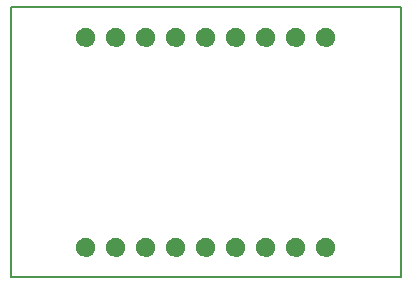
<source format=gbr>
%TF.GenerationSoftware,KiCad,Pcbnew,4.0.2-stable*%
%TF.CreationDate,2021-11-11T14:40:34-08:00*%
%TF.ProjectId,RS485,52533438352E6B696361645F70636200,rev?*%
%TF.FileFunction,Soldermask,Bot*%
%FSLAX46Y46*%
G04 Gerber Fmt 4.6, Leading zero omitted, Abs format (unit mm)*
G04 Created by KiCad (PCBNEW 4.0.2-stable) date 11/11/2021 2:40:34 PM*
%MOMM*%
G01*
G04 APERTURE LIST*
%ADD10C,0.100000*%
%ADD11C,0.150000*%
G04 APERTURE END LIST*
D10*
D11*
X170180000Y-107950000D02*
X170180000Y-85090000D01*
X203200000Y-107950000D02*
X170180000Y-107950000D01*
X203200000Y-85090000D02*
X203200000Y-107950000D01*
X170180000Y-85090000D02*
X203200000Y-85090000D01*
D10*
G36*
X176615372Y-104597740D02*
X176771515Y-104629791D01*
X176918454Y-104691559D01*
X177050608Y-104780698D01*
X177162925Y-104893802D01*
X177251135Y-105026568D01*
X177311875Y-105173936D01*
X177342801Y-105330122D01*
X177342801Y-105330129D01*
X177342835Y-105330301D01*
X177340293Y-105512364D01*
X177340254Y-105512535D01*
X177340254Y-105512541D01*
X177304980Y-105667802D01*
X177240145Y-105813422D01*
X177148266Y-105943669D01*
X177032833Y-106053595D01*
X176898246Y-106139006D01*
X176749636Y-106196647D01*
X176592657Y-106224328D01*
X176433295Y-106220989D01*
X176277620Y-106186762D01*
X176131545Y-106122944D01*
X176000657Y-106031974D01*
X175889929Y-105917312D01*
X175803583Y-105783328D01*
X175744906Y-105635126D01*
X175716131Y-105478344D01*
X175718356Y-105318958D01*
X175751496Y-105163043D01*
X175814290Y-105016536D01*
X175904345Y-104885013D01*
X176018231Y-104773489D01*
X176151613Y-104686206D01*
X176299400Y-104626496D01*
X176455979Y-104596626D01*
X176615372Y-104597740D01*
X176615372Y-104597740D01*
G37*
G36*
X196935372Y-104597740D02*
X197091515Y-104629791D01*
X197238454Y-104691559D01*
X197370608Y-104780698D01*
X197482925Y-104893802D01*
X197571135Y-105026568D01*
X197631875Y-105173936D01*
X197662801Y-105330122D01*
X197662801Y-105330129D01*
X197662835Y-105330301D01*
X197660293Y-105512364D01*
X197660254Y-105512535D01*
X197660254Y-105512541D01*
X197624980Y-105667802D01*
X197560145Y-105813422D01*
X197468266Y-105943669D01*
X197352833Y-106053595D01*
X197218246Y-106139006D01*
X197069636Y-106196647D01*
X196912657Y-106224328D01*
X196753295Y-106220989D01*
X196597620Y-106186762D01*
X196451545Y-106122944D01*
X196320657Y-106031974D01*
X196209929Y-105917312D01*
X196123583Y-105783328D01*
X196064906Y-105635126D01*
X196036131Y-105478344D01*
X196038356Y-105318958D01*
X196071496Y-105163043D01*
X196134290Y-105016536D01*
X196224345Y-104885013D01*
X196338231Y-104773489D01*
X196471613Y-104686206D01*
X196619400Y-104626496D01*
X196775979Y-104596626D01*
X196935372Y-104597740D01*
X196935372Y-104597740D01*
G37*
G36*
X194395372Y-104597740D02*
X194551515Y-104629791D01*
X194698454Y-104691559D01*
X194830608Y-104780698D01*
X194942925Y-104893802D01*
X195031135Y-105026568D01*
X195091875Y-105173936D01*
X195122801Y-105330122D01*
X195122801Y-105330129D01*
X195122835Y-105330301D01*
X195120293Y-105512364D01*
X195120254Y-105512535D01*
X195120254Y-105512541D01*
X195084980Y-105667802D01*
X195020145Y-105813422D01*
X194928266Y-105943669D01*
X194812833Y-106053595D01*
X194678246Y-106139006D01*
X194529636Y-106196647D01*
X194372657Y-106224328D01*
X194213295Y-106220989D01*
X194057620Y-106186762D01*
X193911545Y-106122944D01*
X193780657Y-106031974D01*
X193669929Y-105917312D01*
X193583583Y-105783328D01*
X193524906Y-105635126D01*
X193496131Y-105478344D01*
X193498356Y-105318958D01*
X193531496Y-105163043D01*
X193594290Y-105016536D01*
X193684345Y-104885013D01*
X193798231Y-104773489D01*
X193931613Y-104686206D01*
X194079400Y-104626496D01*
X194235979Y-104596626D01*
X194395372Y-104597740D01*
X194395372Y-104597740D01*
G37*
G36*
X191855372Y-104597740D02*
X192011515Y-104629791D01*
X192158454Y-104691559D01*
X192290608Y-104780698D01*
X192402925Y-104893802D01*
X192491135Y-105026568D01*
X192551875Y-105173936D01*
X192582801Y-105330122D01*
X192582801Y-105330129D01*
X192582835Y-105330301D01*
X192580293Y-105512364D01*
X192580254Y-105512535D01*
X192580254Y-105512541D01*
X192544980Y-105667802D01*
X192480145Y-105813422D01*
X192388266Y-105943669D01*
X192272833Y-106053595D01*
X192138246Y-106139006D01*
X191989636Y-106196647D01*
X191832657Y-106224328D01*
X191673295Y-106220989D01*
X191517620Y-106186762D01*
X191371545Y-106122944D01*
X191240657Y-106031974D01*
X191129929Y-105917312D01*
X191043583Y-105783328D01*
X190984906Y-105635126D01*
X190956131Y-105478344D01*
X190958356Y-105318958D01*
X190991496Y-105163043D01*
X191054290Y-105016536D01*
X191144345Y-104885013D01*
X191258231Y-104773489D01*
X191391613Y-104686206D01*
X191539400Y-104626496D01*
X191695979Y-104596626D01*
X191855372Y-104597740D01*
X191855372Y-104597740D01*
G37*
G36*
X189315372Y-104597740D02*
X189471515Y-104629791D01*
X189618454Y-104691559D01*
X189750608Y-104780698D01*
X189862925Y-104893802D01*
X189951135Y-105026568D01*
X190011875Y-105173936D01*
X190042801Y-105330122D01*
X190042801Y-105330129D01*
X190042835Y-105330301D01*
X190040293Y-105512364D01*
X190040254Y-105512535D01*
X190040254Y-105512541D01*
X190004980Y-105667802D01*
X189940145Y-105813422D01*
X189848266Y-105943669D01*
X189732833Y-106053595D01*
X189598246Y-106139006D01*
X189449636Y-106196647D01*
X189292657Y-106224328D01*
X189133295Y-106220989D01*
X188977620Y-106186762D01*
X188831545Y-106122944D01*
X188700657Y-106031974D01*
X188589929Y-105917312D01*
X188503583Y-105783328D01*
X188444906Y-105635126D01*
X188416131Y-105478344D01*
X188418356Y-105318958D01*
X188451496Y-105163043D01*
X188514290Y-105016536D01*
X188604345Y-104885013D01*
X188718231Y-104773489D01*
X188851613Y-104686206D01*
X188999400Y-104626496D01*
X189155979Y-104596626D01*
X189315372Y-104597740D01*
X189315372Y-104597740D01*
G37*
G36*
X186775372Y-104597740D02*
X186931515Y-104629791D01*
X187078454Y-104691559D01*
X187210608Y-104780698D01*
X187322925Y-104893802D01*
X187411135Y-105026568D01*
X187471875Y-105173936D01*
X187502801Y-105330122D01*
X187502801Y-105330129D01*
X187502835Y-105330301D01*
X187500293Y-105512364D01*
X187500254Y-105512535D01*
X187500254Y-105512541D01*
X187464980Y-105667802D01*
X187400145Y-105813422D01*
X187308266Y-105943669D01*
X187192833Y-106053595D01*
X187058246Y-106139006D01*
X186909636Y-106196647D01*
X186752657Y-106224328D01*
X186593295Y-106220989D01*
X186437620Y-106186762D01*
X186291545Y-106122944D01*
X186160657Y-106031974D01*
X186049929Y-105917312D01*
X185963583Y-105783328D01*
X185904906Y-105635126D01*
X185876131Y-105478344D01*
X185878356Y-105318958D01*
X185911496Y-105163043D01*
X185974290Y-105016536D01*
X186064345Y-104885013D01*
X186178231Y-104773489D01*
X186311613Y-104686206D01*
X186459400Y-104626496D01*
X186615979Y-104596626D01*
X186775372Y-104597740D01*
X186775372Y-104597740D01*
G37*
G36*
X184235372Y-104597740D02*
X184391515Y-104629791D01*
X184538454Y-104691559D01*
X184670608Y-104780698D01*
X184782925Y-104893802D01*
X184871135Y-105026568D01*
X184931875Y-105173936D01*
X184962801Y-105330122D01*
X184962801Y-105330129D01*
X184962835Y-105330301D01*
X184960293Y-105512364D01*
X184960254Y-105512535D01*
X184960254Y-105512541D01*
X184924980Y-105667802D01*
X184860145Y-105813422D01*
X184768266Y-105943669D01*
X184652833Y-106053595D01*
X184518246Y-106139006D01*
X184369636Y-106196647D01*
X184212657Y-106224328D01*
X184053295Y-106220989D01*
X183897620Y-106186762D01*
X183751545Y-106122944D01*
X183620657Y-106031974D01*
X183509929Y-105917312D01*
X183423583Y-105783328D01*
X183364906Y-105635126D01*
X183336131Y-105478344D01*
X183338356Y-105318958D01*
X183371496Y-105163043D01*
X183434290Y-105016536D01*
X183524345Y-104885013D01*
X183638231Y-104773489D01*
X183771613Y-104686206D01*
X183919400Y-104626496D01*
X184075979Y-104596626D01*
X184235372Y-104597740D01*
X184235372Y-104597740D01*
G37*
G36*
X181695372Y-104597740D02*
X181851515Y-104629791D01*
X181998454Y-104691559D01*
X182130608Y-104780698D01*
X182242925Y-104893802D01*
X182331135Y-105026568D01*
X182391875Y-105173936D01*
X182422801Y-105330122D01*
X182422801Y-105330129D01*
X182422835Y-105330301D01*
X182420293Y-105512364D01*
X182420254Y-105512535D01*
X182420254Y-105512541D01*
X182384980Y-105667802D01*
X182320145Y-105813422D01*
X182228266Y-105943669D01*
X182112833Y-106053595D01*
X181978246Y-106139006D01*
X181829636Y-106196647D01*
X181672657Y-106224328D01*
X181513295Y-106220989D01*
X181357620Y-106186762D01*
X181211545Y-106122944D01*
X181080657Y-106031974D01*
X180969929Y-105917312D01*
X180883583Y-105783328D01*
X180824906Y-105635126D01*
X180796131Y-105478344D01*
X180798356Y-105318958D01*
X180831496Y-105163043D01*
X180894290Y-105016536D01*
X180984345Y-104885013D01*
X181098231Y-104773489D01*
X181231613Y-104686206D01*
X181379400Y-104626496D01*
X181535979Y-104596626D01*
X181695372Y-104597740D01*
X181695372Y-104597740D01*
G37*
G36*
X179155372Y-104597740D02*
X179311515Y-104629791D01*
X179458454Y-104691559D01*
X179590608Y-104780698D01*
X179702925Y-104893802D01*
X179791135Y-105026568D01*
X179851875Y-105173936D01*
X179882801Y-105330122D01*
X179882801Y-105330129D01*
X179882835Y-105330301D01*
X179880293Y-105512364D01*
X179880254Y-105512535D01*
X179880254Y-105512541D01*
X179844980Y-105667802D01*
X179780145Y-105813422D01*
X179688266Y-105943669D01*
X179572833Y-106053595D01*
X179438246Y-106139006D01*
X179289636Y-106196647D01*
X179132657Y-106224328D01*
X178973295Y-106220989D01*
X178817620Y-106186762D01*
X178671545Y-106122944D01*
X178540657Y-106031974D01*
X178429929Y-105917312D01*
X178343583Y-105783328D01*
X178284906Y-105635126D01*
X178256131Y-105478344D01*
X178258356Y-105318958D01*
X178291496Y-105163043D01*
X178354290Y-105016536D01*
X178444345Y-104885013D01*
X178558231Y-104773489D01*
X178691613Y-104686206D01*
X178839400Y-104626496D01*
X178995979Y-104596626D01*
X179155372Y-104597740D01*
X179155372Y-104597740D01*
G37*
G36*
X194395372Y-86817740D02*
X194551515Y-86849791D01*
X194698454Y-86911559D01*
X194830608Y-87000698D01*
X194942925Y-87113802D01*
X195031135Y-87246568D01*
X195091875Y-87393936D01*
X195122801Y-87550122D01*
X195122801Y-87550129D01*
X195122835Y-87550301D01*
X195120293Y-87732364D01*
X195120254Y-87732535D01*
X195120254Y-87732541D01*
X195084980Y-87887802D01*
X195020145Y-88033422D01*
X194928266Y-88163669D01*
X194812833Y-88273595D01*
X194678246Y-88359006D01*
X194529636Y-88416647D01*
X194372657Y-88444328D01*
X194213295Y-88440989D01*
X194057620Y-88406762D01*
X193911545Y-88342944D01*
X193780657Y-88251974D01*
X193669929Y-88137312D01*
X193583583Y-88003328D01*
X193524906Y-87855126D01*
X193496131Y-87698344D01*
X193498356Y-87538958D01*
X193531496Y-87383043D01*
X193594290Y-87236536D01*
X193684345Y-87105013D01*
X193798231Y-86993489D01*
X193931613Y-86906206D01*
X194079400Y-86846496D01*
X194235979Y-86816626D01*
X194395372Y-86817740D01*
X194395372Y-86817740D01*
G37*
G36*
X191855372Y-86817740D02*
X192011515Y-86849791D01*
X192158454Y-86911559D01*
X192290608Y-87000698D01*
X192402925Y-87113802D01*
X192491135Y-87246568D01*
X192551875Y-87393936D01*
X192582801Y-87550122D01*
X192582801Y-87550129D01*
X192582835Y-87550301D01*
X192580293Y-87732364D01*
X192580254Y-87732535D01*
X192580254Y-87732541D01*
X192544980Y-87887802D01*
X192480145Y-88033422D01*
X192388266Y-88163669D01*
X192272833Y-88273595D01*
X192138246Y-88359006D01*
X191989636Y-88416647D01*
X191832657Y-88444328D01*
X191673295Y-88440989D01*
X191517620Y-88406762D01*
X191371545Y-88342944D01*
X191240657Y-88251974D01*
X191129929Y-88137312D01*
X191043583Y-88003328D01*
X190984906Y-87855126D01*
X190956131Y-87698344D01*
X190958356Y-87538958D01*
X190991496Y-87383043D01*
X191054290Y-87236536D01*
X191144345Y-87105013D01*
X191258231Y-86993489D01*
X191391613Y-86906206D01*
X191539400Y-86846496D01*
X191695979Y-86816626D01*
X191855372Y-86817740D01*
X191855372Y-86817740D01*
G37*
G36*
X189315372Y-86817740D02*
X189471515Y-86849791D01*
X189618454Y-86911559D01*
X189750608Y-87000698D01*
X189862925Y-87113802D01*
X189951135Y-87246568D01*
X190011875Y-87393936D01*
X190042801Y-87550122D01*
X190042801Y-87550129D01*
X190042835Y-87550301D01*
X190040293Y-87732364D01*
X190040254Y-87732535D01*
X190040254Y-87732541D01*
X190004980Y-87887802D01*
X189940145Y-88033422D01*
X189848266Y-88163669D01*
X189732833Y-88273595D01*
X189598246Y-88359006D01*
X189449636Y-88416647D01*
X189292657Y-88444328D01*
X189133295Y-88440989D01*
X188977620Y-88406762D01*
X188831545Y-88342944D01*
X188700657Y-88251974D01*
X188589929Y-88137312D01*
X188503583Y-88003328D01*
X188444906Y-87855126D01*
X188416131Y-87698344D01*
X188418356Y-87538958D01*
X188451496Y-87383043D01*
X188514290Y-87236536D01*
X188604345Y-87105013D01*
X188718231Y-86993489D01*
X188851613Y-86906206D01*
X188999400Y-86846496D01*
X189155979Y-86816626D01*
X189315372Y-86817740D01*
X189315372Y-86817740D01*
G37*
G36*
X186775372Y-86817740D02*
X186931515Y-86849791D01*
X187078454Y-86911559D01*
X187210608Y-87000698D01*
X187322925Y-87113802D01*
X187411135Y-87246568D01*
X187471875Y-87393936D01*
X187502801Y-87550122D01*
X187502801Y-87550129D01*
X187502835Y-87550301D01*
X187500293Y-87732364D01*
X187500254Y-87732535D01*
X187500254Y-87732541D01*
X187464980Y-87887802D01*
X187400145Y-88033422D01*
X187308266Y-88163669D01*
X187192833Y-88273595D01*
X187058246Y-88359006D01*
X186909636Y-88416647D01*
X186752657Y-88444328D01*
X186593295Y-88440989D01*
X186437620Y-88406762D01*
X186291545Y-88342944D01*
X186160657Y-88251974D01*
X186049929Y-88137312D01*
X185963583Y-88003328D01*
X185904906Y-87855126D01*
X185876131Y-87698344D01*
X185878356Y-87538958D01*
X185911496Y-87383043D01*
X185974290Y-87236536D01*
X186064345Y-87105013D01*
X186178231Y-86993489D01*
X186311613Y-86906206D01*
X186459400Y-86846496D01*
X186615979Y-86816626D01*
X186775372Y-86817740D01*
X186775372Y-86817740D01*
G37*
G36*
X184235372Y-86817740D02*
X184391515Y-86849791D01*
X184538454Y-86911559D01*
X184670608Y-87000698D01*
X184782925Y-87113802D01*
X184871135Y-87246568D01*
X184931875Y-87393936D01*
X184962801Y-87550122D01*
X184962801Y-87550129D01*
X184962835Y-87550301D01*
X184960293Y-87732364D01*
X184960254Y-87732535D01*
X184960254Y-87732541D01*
X184924980Y-87887802D01*
X184860145Y-88033422D01*
X184768266Y-88163669D01*
X184652833Y-88273595D01*
X184518246Y-88359006D01*
X184369636Y-88416647D01*
X184212657Y-88444328D01*
X184053295Y-88440989D01*
X183897620Y-88406762D01*
X183751545Y-88342944D01*
X183620657Y-88251974D01*
X183509929Y-88137312D01*
X183423583Y-88003328D01*
X183364906Y-87855126D01*
X183336131Y-87698344D01*
X183338356Y-87538958D01*
X183371496Y-87383043D01*
X183434290Y-87236536D01*
X183524345Y-87105013D01*
X183638231Y-86993489D01*
X183771613Y-86906206D01*
X183919400Y-86846496D01*
X184075979Y-86816626D01*
X184235372Y-86817740D01*
X184235372Y-86817740D01*
G37*
G36*
X181695372Y-86817740D02*
X181851515Y-86849791D01*
X181998454Y-86911559D01*
X182130608Y-87000698D01*
X182242925Y-87113802D01*
X182331135Y-87246568D01*
X182391875Y-87393936D01*
X182422801Y-87550122D01*
X182422801Y-87550129D01*
X182422835Y-87550301D01*
X182420293Y-87732364D01*
X182420254Y-87732535D01*
X182420254Y-87732541D01*
X182384980Y-87887802D01*
X182320145Y-88033422D01*
X182228266Y-88163669D01*
X182112833Y-88273595D01*
X181978246Y-88359006D01*
X181829636Y-88416647D01*
X181672657Y-88444328D01*
X181513295Y-88440989D01*
X181357620Y-88406762D01*
X181211545Y-88342944D01*
X181080657Y-88251974D01*
X180969929Y-88137312D01*
X180883583Y-88003328D01*
X180824906Y-87855126D01*
X180796131Y-87698344D01*
X180798356Y-87538958D01*
X180831496Y-87383043D01*
X180894290Y-87236536D01*
X180984345Y-87105013D01*
X181098231Y-86993489D01*
X181231613Y-86906206D01*
X181379400Y-86846496D01*
X181535979Y-86816626D01*
X181695372Y-86817740D01*
X181695372Y-86817740D01*
G37*
G36*
X179155372Y-86817740D02*
X179311515Y-86849791D01*
X179458454Y-86911559D01*
X179590608Y-87000698D01*
X179702925Y-87113802D01*
X179791135Y-87246568D01*
X179851875Y-87393936D01*
X179882801Y-87550122D01*
X179882801Y-87550129D01*
X179882835Y-87550301D01*
X179880293Y-87732364D01*
X179880254Y-87732535D01*
X179880254Y-87732541D01*
X179844980Y-87887802D01*
X179780145Y-88033422D01*
X179688266Y-88163669D01*
X179572833Y-88273595D01*
X179438246Y-88359006D01*
X179289636Y-88416647D01*
X179132657Y-88444328D01*
X178973295Y-88440989D01*
X178817620Y-88406762D01*
X178671545Y-88342944D01*
X178540657Y-88251974D01*
X178429929Y-88137312D01*
X178343583Y-88003328D01*
X178284906Y-87855126D01*
X178256131Y-87698344D01*
X178258356Y-87538958D01*
X178291496Y-87383043D01*
X178354290Y-87236536D01*
X178444345Y-87105013D01*
X178558231Y-86993489D01*
X178691613Y-86906206D01*
X178839400Y-86846496D01*
X178995979Y-86816626D01*
X179155372Y-86817740D01*
X179155372Y-86817740D01*
G37*
G36*
X176615372Y-86817740D02*
X176771515Y-86849791D01*
X176918454Y-86911559D01*
X177050608Y-87000698D01*
X177162925Y-87113802D01*
X177251135Y-87246568D01*
X177311875Y-87393936D01*
X177342801Y-87550122D01*
X177342801Y-87550129D01*
X177342835Y-87550301D01*
X177340293Y-87732364D01*
X177340254Y-87732535D01*
X177340254Y-87732541D01*
X177304980Y-87887802D01*
X177240145Y-88033422D01*
X177148266Y-88163669D01*
X177032833Y-88273595D01*
X176898246Y-88359006D01*
X176749636Y-88416647D01*
X176592657Y-88444328D01*
X176433295Y-88440989D01*
X176277620Y-88406762D01*
X176131545Y-88342944D01*
X176000657Y-88251974D01*
X175889929Y-88137312D01*
X175803583Y-88003328D01*
X175744906Y-87855126D01*
X175716131Y-87698344D01*
X175718356Y-87538958D01*
X175751496Y-87383043D01*
X175814290Y-87236536D01*
X175904345Y-87105013D01*
X176018231Y-86993489D01*
X176151613Y-86906206D01*
X176299400Y-86846496D01*
X176455979Y-86816626D01*
X176615372Y-86817740D01*
X176615372Y-86817740D01*
G37*
G36*
X196935372Y-86817740D02*
X197091515Y-86849791D01*
X197238454Y-86911559D01*
X197370608Y-87000698D01*
X197482925Y-87113802D01*
X197571135Y-87246568D01*
X197631875Y-87393936D01*
X197662801Y-87550122D01*
X197662801Y-87550129D01*
X197662835Y-87550301D01*
X197660293Y-87732364D01*
X197660254Y-87732535D01*
X197660254Y-87732541D01*
X197624980Y-87887802D01*
X197560145Y-88033422D01*
X197468266Y-88163669D01*
X197352833Y-88273595D01*
X197218246Y-88359006D01*
X197069636Y-88416647D01*
X196912657Y-88444328D01*
X196753295Y-88440989D01*
X196597620Y-88406762D01*
X196451545Y-88342944D01*
X196320657Y-88251974D01*
X196209929Y-88137312D01*
X196123583Y-88003328D01*
X196064906Y-87855126D01*
X196036131Y-87698344D01*
X196038356Y-87538958D01*
X196071496Y-87383043D01*
X196134290Y-87236536D01*
X196224345Y-87105013D01*
X196338231Y-86993489D01*
X196471613Y-86906206D01*
X196619400Y-86846496D01*
X196775979Y-86816626D01*
X196935372Y-86817740D01*
X196935372Y-86817740D01*
G37*
M02*

</source>
